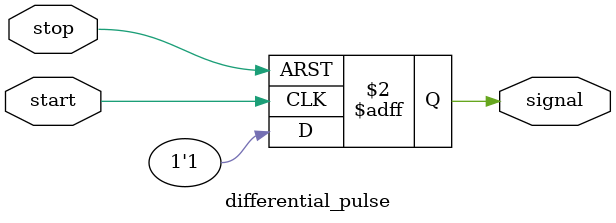
<source format=sv>
/*
    Author : Gabriel Lessard
    Project : Sigma Delta DAQ
    
    Universite de Sherbrooke, 2021
*/
`timescale 1ps/1ps
module differential_pulse(  input logic start, stop,
                            output logic signal);

always_ff @(posedge start or posedge stop) begin
    if (stop) begin
        signal <= 0;
    end else if (start) begin
        signal <= 1;
    end
end

//<statements>

endmodule
</source>
